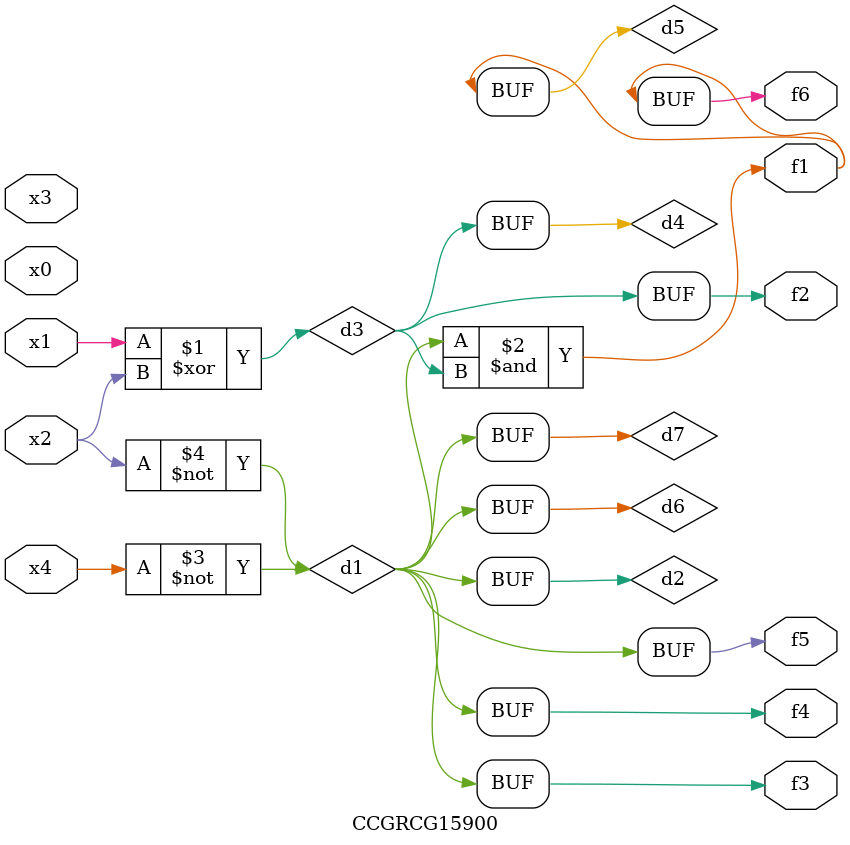
<source format=v>
module CCGRCG15900(
	input x0, x1, x2, x3, x4,
	output f1, f2, f3, f4, f5, f6
);

	wire d1, d2, d3, d4, d5, d6, d7;

	not (d1, x4);
	not (d2, x2);
	xor (d3, x1, x2);
	buf (d4, d3);
	and (d5, d1, d3);
	buf (d6, d1, d2);
	buf (d7, d2);
	assign f1 = d5;
	assign f2 = d4;
	assign f3 = d7;
	assign f4 = d7;
	assign f5 = d7;
	assign f6 = d5;
endmodule

</source>
